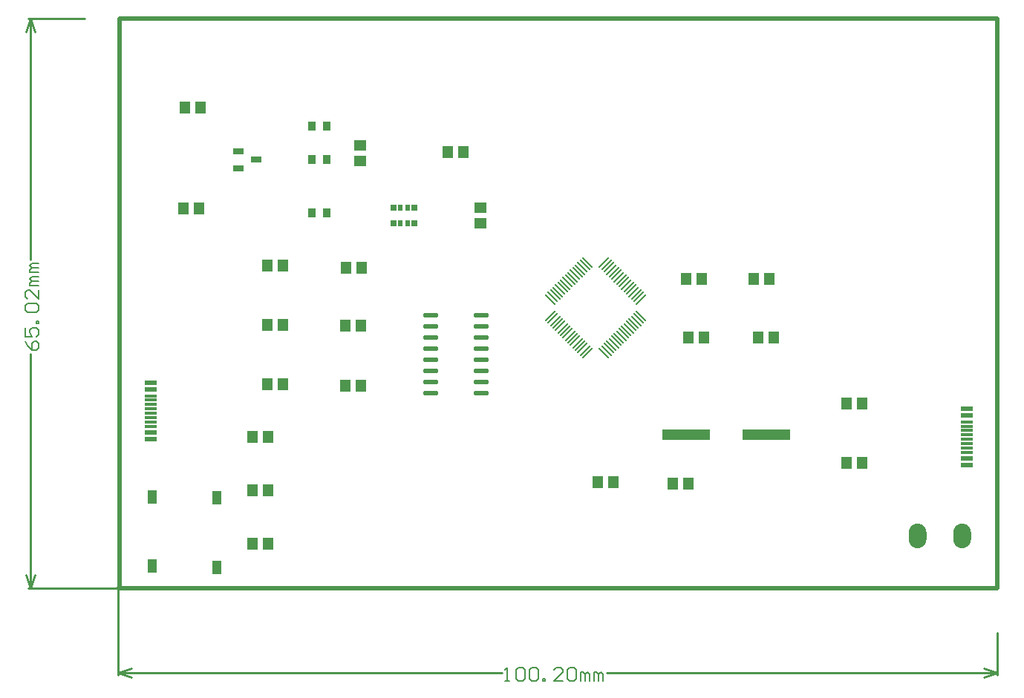
<source format=gtp>
G04*
G04 #@! TF.GenerationSoftware,Altium Limited,Altium Designer,20.0.13 (296)*
G04*
G04 Layer_Color=8421504*
%FSLAX24Y24*%
%MOIN*%
G70*
G01*
G75*
%ADD10C,0.0100*%
%ADD17C,0.0060*%
%ADD18C,0.0200*%
%ADD19R,0.0354X0.0394*%
%ADD20O,0.0687X0.0220*%
%ADD21R,0.0457X0.0579*%
%ADD22R,0.0579X0.0457*%
%ADD23R,0.0394X0.0591*%
%ADD24R,0.0492X0.0276*%
%ADD25R,0.0256X0.0315*%
%ADD26R,0.0197X0.0315*%
%ADD27R,0.0571X0.0236*%
%ADD28R,0.0571X0.0118*%
%ADD29R,0.2165X0.0512*%
G04:AMPARAMS|DCode=30|XSize=7.9mil|YSize=63mil|CornerRadius=0mil|HoleSize=0mil|Usage=FLASHONLY|Rotation=315.000|XOffset=0mil|YOffset=0mil|HoleType=Round|Shape=Rectangle|*
%AMROTATEDRECTD30*
4,1,4,-0.0251,-0.0195,0.0195,0.0251,0.0251,0.0195,-0.0195,-0.0251,-0.0251,-0.0195,0.0*
%
%ADD30ROTATEDRECTD30*%

G04:AMPARAMS|DCode=31|XSize=63mil|YSize=7.9mil|CornerRadius=0mil|HoleSize=0mil|Usage=FLASHONLY|Rotation=315.000|XOffset=0mil|YOffset=0mil|HoleType=Round|Shape=Rectangle|*
%AMROTATEDRECTD31*
4,1,4,-0.0251,0.0195,-0.0195,0.0251,0.0251,-0.0195,0.0195,-0.0251,-0.0251,0.0195,0.0*
%
%ADD31ROTATEDRECTD31*%

G36*
X36244Y2193D02*
X36244Y2183D01*
X36243Y2173D01*
X36243Y2163D01*
X36242Y2153D01*
X36241Y2143D01*
X36239Y2133D01*
X36238Y2123D01*
X36236Y2113D01*
X36234Y2104D01*
X36231Y2094D01*
X36229Y2084D01*
X36226Y2075D01*
X36223Y2065D01*
X36219Y2056D01*
X36216Y2046D01*
X36212Y2037D01*
X36208Y2028D01*
X36204Y2019D01*
X36199Y2010D01*
X36194Y2001D01*
X36189Y1993D01*
X36184Y1984D01*
X36179Y1976D01*
X36173Y1968D01*
X36167Y1960D01*
X36161Y1952D01*
X36155Y1944D01*
X36149Y1936D01*
X36142Y1929D01*
X36135Y1921D01*
X36128Y1914D01*
X36121Y1907D01*
X36114Y1900D01*
X36107Y1894D01*
X36099Y1887D01*
X36091Y1881D01*
X36083Y1875D01*
X36075Y1869D01*
X36067Y1864D01*
X36058Y1858D01*
X36050Y1853D01*
X36041Y1848D01*
X36032Y1844D01*
X36023Y1839D01*
X36014Y1835D01*
X36005Y1831D01*
X35996Y1827D01*
X35987Y1823D01*
X35977Y1820D01*
X35968Y1817D01*
X35958Y1814D01*
X35949Y1811D01*
X35939Y1809D01*
X35929Y1807D01*
X35919Y1805D01*
X35910Y1803D01*
X35900Y1802D01*
X35890Y1801D01*
X35880Y1800D01*
X35870Y1799D01*
X35860Y1799D01*
X35850Y1799D01*
X35840Y1799D01*
X35830Y1799D01*
X35820Y1800D01*
X35810Y1801D01*
X35800Y1802D01*
X35790Y1803D01*
X35781Y1805D01*
X35771Y1807D01*
X35761Y1809D01*
X35751Y1811D01*
X35742Y1814D01*
X35732Y1817D01*
X35723Y1820D01*
X35713Y1823D01*
X35704Y1827D01*
X35695Y1831D01*
X35686Y1835D01*
X35677Y1839D01*
X35668Y1844D01*
X35659Y1848D01*
X35650Y1853D01*
X35642Y1858D01*
X35633Y1864D01*
X35625Y1869D01*
X35617Y1875D01*
X35609Y1881D01*
X35601Y1887D01*
X35594Y1894D01*
X35586Y1900D01*
X35579Y1907D01*
X35572Y1914D01*
X35565Y1921D01*
X35558Y1929D01*
X35551Y1936D01*
X35545Y1944D01*
X35539Y1952D01*
X35533Y1960D01*
X35527Y1968D01*
X35521Y1976D01*
X35516Y1984D01*
X35511Y1993D01*
X35506Y2001D01*
X35501Y2010D01*
X35497Y2019D01*
X35492Y2028D01*
X35488Y2037D01*
X35484Y2046D01*
X35481Y2056D01*
X35478Y2065D01*
X35474Y2075D01*
X35472Y2084D01*
X35469Y2094D01*
X35467Y2104D01*
X35464Y2113D01*
X35463Y2123D01*
X35461Y2133D01*
X35459Y2143D01*
X35458Y2153D01*
X35457Y2163D01*
X35457Y2173D01*
X35456Y2183D01*
X35456Y2193D01*
X35456Y2508D01*
X35456Y2517D01*
X35457Y2527D01*
X35457Y2537D01*
X35458Y2547D01*
X35459Y2557D01*
X35461Y2567D01*
X35463Y2577D01*
X35464Y2587D01*
X35467Y2597D01*
X35469Y2606D01*
X35472Y2616D01*
X35474Y2625D01*
X35478Y2635D01*
X35481Y2644D01*
X35484Y2654D01*
X35488Y2663D01*
X35492Y2672D01*
X35497Y2681D01*
X35501Y2690D01*
X35506Y2699D01*
X35511Y2707D01*
X35516Y2716D01*
X35521Y2724D01*
X35527Y2732D01*
X35533Y2741D01*
X35539Y2748D01*
X35545Y2756D01*
X35551Y2764D01*
X35558Y2771D01*
X35565Y2779D01*
X35572Y2786D01*
X35579Y2793D01*
X35586Y2800D01*
X35594Y2806D01*
X35601Y2813D01*
X35609Y2819D01*
X35617Y2825D01*
X35625Y2831D01*
X35633Y2836D01*
X35642Y2842D01*
X35650Y2847D01*
X35659Y2852D01*
X35668Y2856D01*
X35677Y2861D01*
X35686Y2865D01*
X35695Y2869D01*
X35704Y2873D01*
X35713Y2877D01*
X35723Y2880D01*
X35732Y2883D01*
X35742Y2886D01*
X35751Y2889D01*
X35761Y2891D01*
X35771Y2893D01*
X35781Y2895D01*
X35790Y2897D01*
X35800Y2898D01*
X35810Y2899D01*
X35820Y2900D01*
X35830Y2901D01*
X35840Y2901D01*
X35850Y2901D01*
X35860Y2901D01*
X35870Y2901D01*
X35880Y2900D01*
X35890Y2899D01*
X35900Y2898D01*
X35910Y2897D01*
X35919Y2895D01*
X35929Y2893D01*
X35939Y2891D01*
X35949Y2889D01*
X35958Y2886D01*
X35968Y2883D01*
X35977Y2880D01*
X35987Y2877D01*
X35996Y2873D01*
X36005Y2869D01*
X36014Y2865D01*
X36023Y2861D01*
X36032Y2856D01*
X36041Y2852D01*
X36050Y2847D01*
X36058Y2842D01*
X36067Y2836D01*
X36075Y2831D01*
X36083Y2825D01*
X36091Y2819D01*
X36099Y2813D01*
X36106Y2806D01*
X36114Y2800D01*
X36121Y2793D01*
X36128Y2786D01*
X36135Y2779D01*
X36142Y2771D01*
X36149Y2764D01*
X36155Y2756D01*
X36161Y2748D01*
X36167Y2741D01*
X36173Y2732D01*
X36179Y2724D01*
X36184Y2716D01*
X36189Y2707D01*
X36194Y2699D01*
X36199Y2690D01*
X36204Y2681D01*
X36208Y2672D01*
X36212Y2663D01*
X36216Y2654D01*
X36219Y2644D01*
X36223Y2635D01*
X36226Y2625D01*
X36229Y2616D01*
X36231Y2606D01*
X36234Y2597D01*
X36236Y2587D01*
X36238Y2577D01*
X36239Y2567D01*
X36241Y2557D01*
X36242Y2547D01*
X36243Y2537D01*
X36243Y2527D01*
X36244Y2517D01*
X36244Y2508D01*
X36244Y2193D01*
D02*
G37*
G36*
X38244Y2193D02*
X38244Y2183D01*
X38243Y2173D01*
X38243Y2163D01*
X38242Y2153D01*
X38241Y2143D01*
X38239Y2133D01*
X38238Y2123D01*
X38236Y2113D01*
X38234Y2104D01*
X38231Y2094D01*
X38229Y2084D01*
X38226Y2075D01*
X38223Y2065D01*
X38219Y2056D01*
X38216Y2046D01*
X38212Y2037D01*
X38208Y2028D01*
X38204Y2019D01*
X38199Y2010D01*
X38194Y2001D01*
X38189Y1993D01*
X38184Y1984D01*
X38179Y1976D01*
X38173Y1968D01*
X38167Y1960D01*
X38161Y1952D01*
X38155Y1944D01*
X38149Y1936D01*
X38142Y1929D01*
X38135Y1921D01*
X38128Y1914D01*
X38121Y1907D01*
X38114Y1900D01*
X38106Y1894D01*
X38099Y1887D01*
X38091Y1881D01*
X38083Y1875D01*
X38075Y1869D01*
X38067Y1864D01*
X38058Y1858D01*
X38050Y1853D01*
X38041Y1848D01*
X38032Y1844D01*
X38023Y1839D01*
X38014Y1835D01*
X38005Y1831D01*
X37996Y1827D01*
X37987Y1823D01*
X37977Y1820D01*
X37968Y1817D01*
X37958Y1814D01*
X37949Y1811D01*
X37939Y1809D01*
X37929Y1807D01*
X37920Y1805D01*
X37910Y1803D01*
X37900Y1802D01*
X37890Y1801D01*
X37880Y1800D01*
X37870Y1799D01*
X37860Y1799D01*
X37850Y1799D01*
X37840Y1799D01*
X37830Y1799D01*
X37820Y1800D01*
X37810Y1801D01*
X37800Y1802D01*
X37790Y1803D01*
X37781Y1805D01*
X37771Y1807D01*
X37761Y1809D01*
X37751Y1811D01*
X37742Y1814D01*
X37732Y1817D01*
X37723Y1820D01*
X37713Y1823D01*
X37704Y1827D01*
X37695Y1831D01*
X37686Y1835D01*
X37677Y1839D01*
X37668Y1844D01*
X37659Y1848D01*
X37650Y1853D01*
X37642Y1858D01*
X37633Y1864D01*
X37625Y1869D01*
X37617Y1875D01*
X37609Y1881D01*
X37601Y1887D01*
X37594Y1894D01*
X37586Y1900D01*
X37579Y1907D01*
X37572Y1914D01*
X37565Y1921D01*
X37558Y1929D01*
X37551Y1936D01*
X37545Y1944D01*
X37539Y1952D01*
X37533Y1960D01*
X37527Y1968D01*
X37521Y1976D01*
X37516Y1984D01*
X37511Y1993D01*
X37506Y2001D01*
X37501Y2010D01*
X37497Y2019D01*
X37492Y2028D01*
X37488Y2037D01*
X37484Y2046D01*
X37481Y2056D01*
X37478Y2065D01*
X37474Y2075D01*
X37472Y2084D01*
X37469Y2094D01*
X37467Y2104D01*
X37464Y2113D01*
X37463Y2123D01*
X37461Y2133D01*
X37459Y2143D01*
X37458Y2153D01*
X37457Y2163D01*
X37457Y2173D01*
X37456Y2183D01*
X37456Y2193D01*
X37456Y2508D01*
X37456Y2517D01*
X37457Y2527D01*
X37457Y2537D01*
X37458Y2547D01*
X37459Y2557D01*
X37461Y2567D01*
X37463Y2577D01*
X37464Y2587D01*
X37467Y2597D01*
X37469Y2606D01*
X37472Y2616D01*
X37474Y2625D01*
X37478Y2635D01*
X37481Y2644D01*
X37484Y2654D01*
X37488Y2663D01*
X37492Y2672D01*
X37497Y2681D01*
X37501Y2690D01*
X37506Y2699D01*
X37511Y2707D01*
X37516Y2716D01*
X37521Y2724D01*
X37527Y2732D01*
X37533Y2741D01*
X37539Y2748D01*
X37545Y2756D01*
X37551Y2764D01*
X37558Y2771D01*
X37565Y2779D01*
X37572Y2786D01*
X37579Y2793D01*
X37586Y2800D01*
X37594Y2806D01*
X37601Y2813D01*
X37609Y2819D01*
X37617Y2825D01*
X37625Y2831D01*
X37633Y2836D01*
X37642Y2842D01*
X37650Y2847D01*
X37659Y2852D01*
X37668Y2856D01*
X37677Y2861D01*
X37686Y2865D01*
X37695Y2869D01*
X37704Y2873D01*
X37713Y2877D01*
X37723Y2880D01*
X37732Y2883D01*
X37742Y2886D01*
X37751Y2889D01*
X37761Y2891D01*
X37771Y2893D01*
X37781Y2895D01*
X37790Y2897D01*
X37800Y2898D01*
X37810Y2899D01*
X37820Y2900D01*
X37830Y2901D01*
X37840Y2901D01*
X37850Y2901D01*
X37860Y2901D01*
X37870Y2901D01*
X37880Y2900D01*
X37890Y2899D01*
X37900Y2898D01*
X37910Y2897D01*
X37919Y2895D01*
X37929Y2893D01*
X37939Y2891D01*
X37949Y2889D01*
X37958Y2886D01*
X37968Y2883D01*
X37977Y2880D01*
X37987Y2877D01*
X37996Y2873D01*
X38005Y2869D01*
X38014Y2865D01*
X38023Y2861D01*
X38032Y2856D01*
X38041Y2852D01*
X38050Y2847D01*
X38058Y2842D01*
X38067Y2836D01*
X38075Y2831D01*
X38083Y2825D01*
X38091Y2819D01*
X38099Y2813D01*
X38106Y2806D01*
X38114Y2800D01*
X38121Y2793D01*
X38128Y2786D01*
X38135Y2779D01*
X38142Y2771D01*
X38149Y2764D01*
X38155Y2756D01*
X38161Y2748D01*
X38167Y2741D01*
X38173Y2732D01*
X38179Y2724D01*
X38184Y2716D01*
X38189Y2707D01*
X38194Y2699D01*
X38199Y2690D01*
X38204Y2681D01*
X38208Y2672D01*
X38212Y2663D01*
X38216Y2654D01*
X38219Y2644D01*
X38223Y2635D01*
X38226Y2625D01*
X38229Y2616D01*
X38231Y2606D01*
X38234Y2597D01*
X38236Y2587D01*
X38238Y2577D01*
X38239Y2567D01*
X38241Y2557D01*
X38242Y2547D01*
X38243Y2537D01*
X38243Y2527D01*
X38244Y2517D01*
X38244Y2508D01*
Y2193D01*
D02*
G37*
D10*
X-4175Y600D02*
X-3975Y0D01*
X-3775Y600D01*
X-3975Y25600D02*
X-3775Y25000D01*
X-4175D02*
X-3975Y25600D01*
Y0D02*
Y10531D01*
Y14749D02*
Y25600D01*
X-4075Y0D02*
X-25D01*
X-4075Y25600D02*
X-1525D01*
X-25Y-3800D02*
X575Y-3600D01*
X-25Y-3800D02*
X575Y-4000D01*
X38825D02*
X39425Y-3800D01*
X38825Y-3600D02*
X39425Y-3800D01*
X-25D02*
X17181D01*
X21899D02*
X39425D01*
X-25Y-3900D02*
Y0D01*
X39425Y-3900D02*
Y-2000D01*
D17*
X-4215Y11091D02*
X-4115Y10891D01*
X-3915Y10691D01*
X-3715D01*
X-3615Y10791D01*
Y10991D01*
X-3715Y11091D01*
X-3815D01*
X-3915Y10991D01*
Y10691D01*
X-4215Y11690D02*
Y11290D01*
X-3915D01*
X-4015Y11490D01*
Y11590D01*
X-3915Y11690D01*
X-3715D01*
X-3615Y11590D01*
Y11390D01*
X-3715Y11290D01*
X-3615Y11890D02*
X-3715D01*
Y11990D01*
X-3615D01*
Y11890D01*
X-4115Y12390D02*
X-4215Y12490D01*
Y12690D01*
X-4115Y12790D01*
X-3715D01*
X-3615Y12690D01*
Y12490D01*
X-3715Y12390D01*
X-4115D01*
X-3615Y13390D02*
Y12990D01*
X-4015Y13390D01*
X-4115D01*
X-4215Y13290D01*
Y13090D01*
X-4115Y12990D01*
X-3615Y13590D02*
X-4015D01*
Y13690D01*
X-3915Y13790D01*
X-3615D01*
X-3915D01*
X-4015Y13890D01*
X-3915Y13990D01*
X-3615D01*
Y14189D02*
X-4015D01*
Y14289D01*
X-3915Y14389D01*
X-3615D01*
X-3915D01*
X-4015Y14489D01*
X-3915Y14589D01*
X-3615D01*
X17341Y-4160D02*
X17541D01*
X17441D01*
Y-3560D01*
X17341Y-3660D01*
X17841D02*
X17941Y-3560D01*
X18140D01*
X18240Y-3660D01*
Y-4060D01*
X18140Y-4160D01*
X17941D01*
X17841Y-4060D01*
Y-3660D01*
X18440D02*
X18540Y-3560D01*
X18740D01*
X18840Y-3660D01*
Y-4060D01*
X18740Y-4160D01*
X18540D01*
X18440Y-4060D01*
Y-3660D01*
X19040Y-4160D02*
Y-4060D01*
X19140D01*
Y-4160D01*
X19040D01*
X19940D02*
X19540D01*
X19940Y-3760D01*
Y-3660D01*
X19840Y-3560D01*
X19640D01*
X19540Y-3660D01*
X20140D02*
X20240Y-3560D01*
X20440D01*
X20540Y-3660D01*
Y-4060D01*
X20440Y-4160D01*
X20240D01*
X20140Y-4060D01*
Y-3660D01*
X20740Y-4160D02*
Y-3760D01*
X20840D01*
X20940Y-3860D01*
Y-4160D01*
Y-3860D01*
X21040Y-3760D01*
X21139Y-3860D01*
Y-4160D01*
X21339D02*
Y-3760D01*
X21439D01*
X21539Y-3860D01*
Y-4160D01*
Y-3860D01*
X21639Y-3760D01*
X21739Y-3860D01*
Y-4160D01*
D18*
X39425Y0D02*
Y25600D01*
X25D02*
X39425D01*
X25Y0D02*
X39425D01*
X25D02*
Y25550D01*
X-25Y0D02*
X25D01*
D19*
X8665Y16850D02*
D03*
X9335D02*
D03*
X8665Y20750D02*
D03*
X9335D02*
D03*
X8665Y19250D02*
D03*
X9335D02*
D03*
D20*
X16250Y8750D02*
D03*
Y9250D02*
D03*
Y9750D02*
D03*
Y10250D02*
D03*
Y10750D02*
D03*
Y11250D02*
D03*
Y11750D02*
D03*
Y12250D02*
D03*
X13988Y8750D02*
D03*
Y9250D02*
D03*
Y9750D02*
D03*
Y10250D02*
D03*
Y10750D02*
D03*
Y11250D02*
D03*
Y11750D02*
D03*
Y12250D02*
D03*
D21*
X14750Y19600D02*
D03*
X15450D02*
D03*
X2900Y17050D02*
D03*
X3600D02*
D03*
X2950Y21600D02*
D03*
X3650D02*
D03*
X10850Y11800D02*
D03*
X10150D02*
D03*
X10200Y14400D02*
D03*
X10900D02*
D03*
X5999Y2000D02*
D03*
X6700D02*
D03*
X26250Y11250D02*
D03*
X25550D02*
D03*
X29400D02*
D03*
X28700D02*
D03*
X24850Y4700D02*
D03*
X25550D02*
D03*
X28500Y13900D02*
D03*
X29200D02*
D03*
X25450D02*
D03*
X26150D02*
D03*
X6650Y11825D02*
D03*
X7350D02*
D03*
X6700Y6800D02*
D03*
X5999D02*
D03*
X22200Y4750D02*
D03*
X21500D02*
D03*
X6700Y4400D02*
D03*
X5999D02*
D03*
X33345Y8286D02*
D03*
X32644D02*
D03*
X33345Y5636D02*
D03*
X32645D02*
D03*
X10150Y9100D02*
D03*
X10850D02*
D03*
X6650Y14500D02*
D03*
X7350D02*
D03*
Y9150D02*
D03*
X6650D02*
D03*
D22*
X16211Y16400D02*
D03*
Y17100D02*
D03*
X10814Y19892D02*
D03*
Y19191D02*
D03*
D23*
X4400Y945D02*
D03*
Y4055D02*
D03*
X1500Y995D02*
D03*
Y4105D02*
D03*
D24*
X6144Y19250D02*
D03*
X5356Y18876D02*
D03*
Y19624D02*
D03*
D25*
X13265Y17100D02*
D03*
X13265Y16391D02*
D03*
X12320Y17100D02*
D03*
X12320Y16391D02*
D03*
D26*
X12950Y17100D02*
D03*
X12950Y16391D02*
D03*
X12635Y17100D02*
D03*
X12635Y16391D02*
D03*
D27*
X1419Y6685D02*
D03*
Y6990D02*
D03*
Y8919D02*
D03*
Y9222D02*
D03*
X38048Y8056D02*
D03*
Y7751D02*
D03*
Y5821D02*
D03*
Y5518D02*
D03*
D28*
X1419Y7266D02*
D03*
X1419Y7463D02*
D03*
X1419Y7659D02*
D03*
Y7856D02*
D03*
Y8053D02*
D03*
Y8250D02*
D03*
Y8447D02*
D03*
Y8644D02*
D03*
X38048Y7475D02*
D03*
X38048Y7278D02*
D03*
X38048Y7081D02*
D03*
Y6884D02*
D03*
Y6688D02*
D03*
Y6491D02*
D03*
Y6294D02*
D03*
Y6097D02*
D03*
D29*
X29050Y6900D02*
D03*
X25465D02*
D03*
D30*
X19359Y12230D02*
D03*
X19471Y12118D02*
D03*
X19582Y12007D02*
D03*
X19693Y11896D02*
D03*
X19805Y11784D02*
D03*
X19916Y11673D02*
D03*
X20028Y11562D02*
D03*
X20139Y11450D02*
D03*
X20250Y11339D02*
D03*
X20362Y11228D02*
D03*
X20473Y11116D02*
D03*
X20584Y11005D02*
D03*
X20696Y10893D02*
D03*
X20807Y10782D02*
D03*
X20918Y10671D02*
D03*
X21030Y10559D02*
D03*
X23441Y12970D02*
D03*
X23329Y13082D02*
D03*
X23218Y13193D02*
D03*
X23107Y13304D02*
D03*
X22995Y13416D02*
D03*
X22884Y13527D02*
D03*
X22772Y13638D02*
D03*
X22661Y13750D02*
D03*
X22550Y13861D02*
D03*
X22438Y13972D02*
D03*
X22327Y14084D02*
D03*
X22216Y14195D02*
D03*
X22104Y14307D02*
D03*
X21993Y14418D02*
D03*
X21882Y14529D02*
D03*
X21770Y14641D02*
D03*
D31*
Y10559D02*
D03*
X21882Y10671D02*
D03*
X21993Y10782D02*
D03*
X22104Y10893D02*
D03*
X22216Y11005D02*
D03*
X22327Y11116D02*
D03*
X22438Y11228D02*
D03*
X22550Y11339D02*
D03*
X22661Y11450D02*
D03*
X22772Y11562D02*
D03*
X22884Y11673D02*
D03*
X22995Y11784D02*
D03*
X23107Y11896D02*
D03*
X23218Y12007D02*
D03*
X23329Y12118D02*
D03*
X23441Y12230D02*
D03*
X21030Y14641D02*
D03*
X20918Y14529D02*
D03*
X20807Y14418D02*
D03*
X20696Y14307D02*
D03*
X20584Y14195D02*
D03*
X20473Y14084D02*
D03*
X20362Y13972D02*
D03*
X20250Y13861D02*
D03*
X20139Y13750D02*
D03*
X20028Y13638D02*
D03*
X19916Y13527D02*
D03*
X19805Y13416D02*
D03*
X19693Y13304D02*
D03*
X19582Y13193D02*
D03*
X19471Y13082D02*
D03*
X19359Y12970D02*
D03*
M02*

</source>
